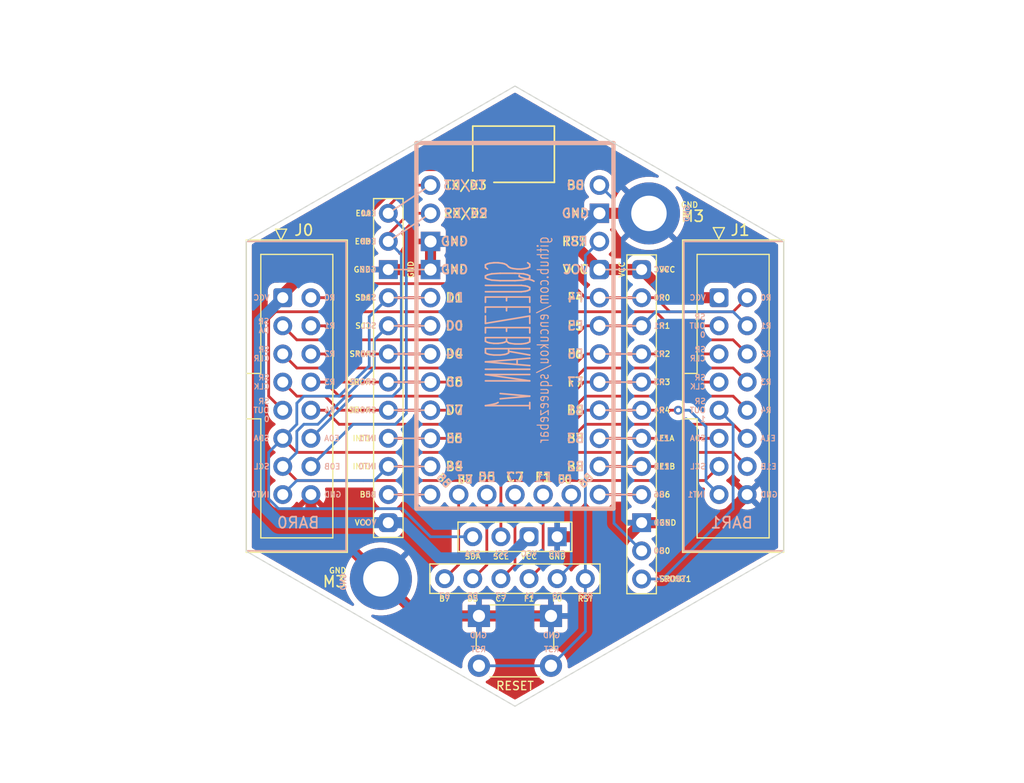
<source format=kicad_pcb>
(kicad_pcb (version 20211014) (generator pcbnew)
  (layers (0 "F.Cu" signal) (31 "B.Cu" signal) (34 "B.Paste" user) (35 "F.Paste" user) (36 "B.SilkS" user "B.Silkscreen") (37 "F.SilkS" user "F.Silkscreen") (38 "B.Mask" user) (39 "F.Mask" user) (44 "Edge.Cuts" user))
  (net 0 "")
  (net 1 "VCC")
  (net 2 "/ROW0")
  (net 3 "/SRDA")
  (net 4 "/ROW1")
  (net 5 "/SRCLR")
  (net 6 "/ROW2")
  (net 7 "/SRCK")
  (net 8 "/ROW3")
  (net 9 "/ROW4")
  (net 10 "/SDA")
  (net 11 "/SCL")
  (net 12 "GND")
  (net 13 "/SROUT0")
  (net 14 "/ENC0_A")
  (net 15 "/ENC0_B")
  (net 16 "/INT0")
  (net 17 "/SROUT1")
  (net 18 "/ENC1_A")
  (net 19 "/ENC1_B")
  (net 20 "/INT1")
  (net 21 "/RST")
  (net 22 "/RB0")
  (net 23 "/B7")
  (net 24 "/D5")
  (net 25 "/C7")
  (net 26 "/F1")
  (net 27 "/F0")
  (net 28 "/B5")
  (net 29 "/B6")
  (footprint "MountingHole:MountingHole_3.2mm_M3_DIN965_Pad" (layer "F.Cu") (at 165.7 118.1)
    (fp_text reference "H2")
    (fp_text value "M3" (at -4.191 0.254) (layer "F.SilkS"))
    (pad "1" thru_hole circle (at 0 0) (size 5.6 5.6) (drill 3.2) (layers *.Cu *.Mask) (net 12 "GND"))
  )
  (footprint "Connector_IDC:IDC-Header_2x08_P2.54mm_Vertical" (layer "F.Cu") (at 196.215 92.71)
    (fp_text reference "J1" (at 1.905 -6.1) (layer "F.SilkS"))
    (fp_text value "BAR1" (at 1.143 20.32) (layer "B.SilkS") (effects (justify mirror)))
    (pad "1" thru_hole roundrect (at 0 0) (size 1.7 1.7) (drill 1) (layers *.Cu *.Mask) (roundrect_rratio 0.147059) (net 1 "VCC"))
    (pad "2" thru_hole circle (at 2.54 0) (size 1.7 1.7) (drill 1) (layers *.Cu *.Mask) (net 2 "/ROW0"))
    (pad "3" thru_hole circle (at 0 2.54) (size 1.7 1.7) (drill 1) (layers *.Cu *.Mask) (net 13 "/SROUT0"))
    (pad "4" thru_hole circle (at 2.54 2.54) (size 1.7 1.7) (drill 1) (layers *.Cu *.Mask) (net 4 "/ROW1"))
    (pad "5" thru_hole circle (at 0 5.08) (size 1.7 1.7) (drill 1) (layers *.Cu *.Mask) (net 5 "/SRCLR"))
    (pad "6" thru_hole circle (at 2.54 5.08) (size 1.7 1.7) (drill 1) (layers *.Cu *.Mask) (net 6 "/ROW2"))
    (pad "7" thru_hole circle (at 0 7.62) (size 1.7 1.7) (drill 1) (layers *.Cu *.Mask) (net 7 "/SRCK"))
    (pad "8" thru_hole circle (at 2.54 7.62) (size 1.7 1.7) (drill 1) (layers *.Cu *.Mask) (net 8 "/ROW3"))
    (pad "9" thru_hole circle (at 0 10.16) (size 1.7 1.7) (drill 1) (layers *.Cu *.Mask) (net 17 "/SROUT1"))
    (pad "10" thru_hole circle (at 2.54 10.16) (size 1.7 1.7) (drill 1) (layers *.Cu *.Mask) (net 9 "/ROW4"))
    (pad "11" thru_hole circle (at 0 12.7) (size 1.7 1.7) (drill 1) (layers *.Cu *.Mask) (net 10 "/SDA"))
    (pad "12" thru_hole circle (at 2.54 12.7) (size 1.7 1.7) (drill 1) (layers *.Cu *.Mask) (net 18 "/ENC1_A"))
    (pad "13" thru_hole circle (at 0 15.24) (size 1.7 1.7) (drill 1) (layers *.Cu *.Mask) (net 11 "/SCL"))
    (pad "14" thru_hole circle (at 2.54 15.24) (size 1.7 1.7) (drill 1) (layers *.Cu *.Mask) (net 19 "/ENC1_B"))
    (pad "15" thru_hole circle (at 0 17.78) (size 1.7 1.7) (drill 1) (layers *.Cu *.Mask) (net 20 "/INT1"))
    (pad "16" thru_hole circle (at 2.54 17.78) (size 1.7 1.7) (drill 1) (layers *.Cu *.Mask) (net 12 "GND"))
  )
  (footprint "Connector_PinSocket_2.54mm:PinSocket_1x12_P2.54mm_Vertical" (layer "F.Cu") (at 189.23 90.17)
    (fp_text reference "J4")
    (fp_text value "SIDE1")
    (pad "1" thru_hole roundrect (at 0 0) (size 1.7 1.7) (drill 1) (layers *.Cu *.Mask) (net 1 "VCC"))
    (pad "2" thru_hole oval (at 0 2.54) (size 1.7 1.7) (drill 1) (layers *.Cu *.Mask) (net 2 "/ROW0"))
    (pad "3" thru_hole oval (at 0 5.08) (size 1.7 1.7) (drill 1) (layers *.Cu *.Mask) (net 4 "/ROW1"))
    (pad "4" thru_hole oval (at 0 7.62) (size 1.7 1.7) (drill 1) (layers *.Cu *.Mask) (net 6 "/ROW2"))
    (pad "5" thru_hole oval (at 0 10.16) (size 1.7 1.7) (drill 1) (layers *.Cu *.Mask) (net 8 "/ROW3"))
    (pad "6" thru_hole oval (at 0 12.7) (size 1.7 1.7) (drill 1) (layers *.Cu *.Mask) (net 9 "/ROW4"))
    (pad "7" thru_hole oval (at 0 15.24) (size 1.7 1.7) (drill 1) (layers *.Cu *.Mask) (net 18 "/ENC1_A"))
    (pad "8" thru_hole oval (at 0 17.78) (size 1.7 1.7) (drill 1) (layers *.Cu *.Mask) (net 19 "/ENC1_B"))
    (pad "9" thru_hole oval (at 0 20.32) (size 1.7 1.7) (drill 1) (layers *.Cu *.Mask) (net 29 "/B6"))
    (pad "10" thru_hole rect (at 0 22.86) (size 1.7 1.7) (drill 1) (layers *.Cu *.Mask) (net 12 "GND"))
    (pad "11" thru_hole oval (at 0 25.4) (size 1.7 1.7) (drill 1) (layers *.Cu *.Mask) (net 22 "/RB0"))
    (pad "12" thru_hole oval (at 0 27.94) (size 1.7 1.7) (drill 1) (layers *.Cu *.Mask) (net 17 "/SROUT1"))
  )
  (footprint "Connector_PinSocket_2.54mm:PinSocket_1x12_P2.54mm_Vertical" (layer "F.Cu") (at 166.37 85.09)
    (fp_text reference "J3")
    (fp_text value "SIDE0")
    (pad "1" thru_hole oval (at 0 0) (size 1.7 1.7) (drill 1) (layers *.Cu *.Mask) (net 15 "/ENC0_B"))
    (pad "2" thru_hole oval (at 0 2.54) (size 1.7 1.7) (drill 1) (layers *.Cu *.Mask) (net 14 "/ENC0_A"))
    (pad "3" thru_hole rect (at 0 5.08) (size 1.7 1.7) (drill 1) (layers *.Cu *.Mask) (net 12 "GND"))
    (pad "4" thru_hole oval (at 0 7.62) (size 1.7 1.7) (drill 1) (layers *.Cu *.Mask) (net 10 "/SDA"))
    (pad "5" thru_hole oval (at 0 10.16) (size 1.7 1.7) (drill 1) (layers *.Cu *.Mask) (net 11 "/SCL"))
    (pad "6" thru_hole oval (at 0 12.7) (size 1.7 1.7) (drill 1) (layers *.Cu *.Mask) (net 3 "/SRDA"))
    (pad "7" thru_hole oval (at 0 15.24) (size 1.7 1.7) (drill 1) (layers *.Cu *.Mask) (net 5 "/SRCLR"))
    (pad "8" thru_hole oval (at 0 17.78) (size 1.7 1.7) (drill 1) (layers *.Cu *.Mask) (net 7 "/SRCK"))
    (pad "9" thru_hole oval (at 0 20.32) (size 1.7 1.7) (drill 1) (layers *.Cu *.Mask) (net 20 "/INT1"))
    (pad "10" thru_hole oval (at 0 22.86) (size 1.7 1.7) (drill 1) (layers *.Cu *.Mask) (net 16 "/INT0"))
    (pad "11" thru_hole oval (at 0 25.4) (size 1.7 1.7) (drill 1) (layers *.Cu *.Mask) (net 28 "/B5"))
    (pad "12" thru_hole roundrect (at 0 27.94) (size 1.7 1.7) (drill 1) (layers *.Cu *.Mask) (net 1 "VCC"))
  )
  (footprint "MountingHole:MountingHole_3.2mm_M3_DIN965_Pad" (layer "F.Cu") (at 189.89 85.1)
    (fp_text reference "H1")
    (fp_text value "M3" (at 3.937 0.254) (layer "F.SilkS"))
    (pad "1" thru_hole circle (at 0 0) (size 5.6 5.6) (drill 3.2) (layers *.Cu *.Mask) (net 12 "GND"))
  )
  (footprint "Button_Switch_THT:SW_PUSH_6mm" (layer "F.Cu") (at 181.05 125.948 180)
    (fp_text reference "SW1")
    (fp_text value "RESET")
    (pad "1" thru_hole circle (at 6.5 0 270) (size 2 2) (drill 1.1) (layers *.Cu *.Mask) (net 21 "/RST"))
    (pad "1" thru_hole circle (at 0 0 270) (size 2 2) (drill 1.1) (layers *.Cu *.Mask) (net 21 "/RST"))
    (pad "2" thru_hole rect (at 0 4.5 270) (size 2 2) (drill 1.1) (layers *.Cu *.Mask) (net 12 "GND"))
    (pad "2" thru_hole rect (at 6.5 4.5 270) (size 2 2) (drill 1.1) (layers *.Cu *.Mask) (net 12 "GND"))
  )
  (footprint "Connector_IDC:IDC-Header_2x08_P2.54mm_Vertical" (layer "F.Cu") (at 156.845 92.71)
    (fp_text reference "J0" (at 1.905 -6.1) (layer "F.SilkS"))
    (fp_text value "BAR0" (at 1.397 20.32) (layer "B.SilkS") (effects (justify mirror)))
    (pad "1" thru_hole roundrect (at 0 0) (size 1.7 1.7) (drill 1) (layers *.Cu *.Mask) (roundrect_rratio 0.147059) (net 1 "VCC"))
    (pad "2" thru_hole circle (at 2.54 0) (size 1.7 1.7) (drill 1) (layers *.Cu *.Mask) (net 2 "/ROW0"))
    (pad "3" thru_hole circle (at 0 2.54) (size 1.7 1.7) (drill 1) (layers *.Cu *.Mask) (net 3 "/SRDA"))
    (pad "4" thru_hole circle (at 2.54 2.54) (size 1.7 1.7) (drill 1) (layers *.Cu *.Mask) (net 4 "/ROW1"))
    (pad "5" thru_hole circle (at 0 5.08) (size 1.7 1.7) (drill 1) (layers *.Cu *.Mask) (net 5 "/SRCLR"))
    (pad "6" thru_hole circle (at 2.54 5.08) (size 1.7 1.7) (drill 1) (layers *.Cu *.Mask) (net 6 "/ROW2"))
    (pad "7" thru_hole circle (at 0 7.62) (size 1.7 1.7) (drill 1) (layers *.Cu *.Mask) (net 7 "/SRCK"))
    (pad "8" thru_hole circle (at 2.54 7.62) (size 1.7 1.7) (drill 1) (layers *.Cu *.Mask) (net 8 "/ROW3"))
    (pad "9" thru_hole circle (at 0 10.16) (size 1.7 1.7) (drill 1) (layers *.Cu *.Mask) (net 13 "/SROUT0"))
    (pad "10" thru_hole circle (at 2.54 10.16) (size 1.7 1.7) (drill 1) (layers *.Cu *.Mask) (net 9 "/ROW4"))
    (pad "11" thru_hole circle (at 0 12.7) (size 1.7 1.7) (drill 1) (layers *.Cu *.Mask) (net 10 "/SDA"))
    (pad "12" thru_hole circle (at 2.54 12.7) (size 1.7 1.7) (drill 1) (layers *.Cu *.Mask) (net 14 "/ENC0_A"))
    (pad "13" thru_hole circle (at 0 15.24) (size 1.7 1.7) (drill 1) (layers *.Cu *.Mask) (net 11 "/SCL"))
    (pad "14" thru_hole circle (at 2.54 15.24) (size 1.7 1.7) (drill 1) (layers *.Cu *.Mask) (net 15 "/ENC0_B"))
    (pad "15" thru_hole circle (at 0 17.78) (size 1.7 1.7) (drill 1) (layers *.Cu *.Mask) (net 16 "/INT0"))
    (pad "16" thru_hole circle (at 2.54 17.78) (size 1.7 1.7) (drill 1) (layers *.Cu *.Mask) (net 12 "GND"))
  )
  (footprint "footprints:Elite-C" (layer "F.Cu") (at 177.8 96.52 -90)
    (fp_text reference "U1" hide)
    (fp_text value "Elite-C" hide)
    (fp_text user "D7" (at 6.35 5.461) (layer "B.SilkS") (effects (font (size 0.8 0.8)) (justify mirror)))
    (fp_text user "GND" (at -8.89 5.461) (layer "B.SilkS") (effects (font (size 0.8 0.8)) (justify mirror)))
    (fp_text user "GND" (at -11.43 -5.461) (layer "B.SilkS") (effects (font (size 0.8 0.8)) (justify mirror)))
    (fp_text user "GND" (at -6.35 5.461) (layer "B.SilkS") (effects (font (size 0.8 0.8)) (justify mirror)))
    (fp_text user "B4" (at 11.43 5.461) (layer "B.SilkS") (effects (font (size 0.8 0.8)) (justify mirror)))
    (fp_text user "F6" (at 1.27 -5.461) (layer "B.SilkS") (effects (font (size 0.8 0.8)) (justify mirror)))
    (fp_text user "C7" (at 12.4 0) (layer "B.SilkS") (effects (font (size 0.8 0.8)) (justify mirror)))
    (fp_text user "D0" (at -1.27 5.461) (layer "B.SilkS") (effects (font (size 0.8 0.8)) (justify mirror)))
    (fp_text user "B2" (at 11.43 -5.461) (layer "B.SilkS") (effects (font (size 0.8 0.8)) (justify mirror)))
    (fp_text user "F1" (at 12.4 -2.54) (layer "B.SilkS") (effects (font (size 0.8 0.8)) (justify mirror)))
    (fp_text user "F4" (at -3.81 -5.461) (layer "B.SilkS") (effects (font (size 0.8 0.8)) (justify mirror)))
    (fp_text user "F5" (at -1.27 -5.461) (layer "B.SilkS") (effects (font (size 0.8 0.8)) (justify mirror)))
    (fp_text user "TX/D3" (at -13.97 4.572) (layer "B.SilkS") (effects (font (size 0.8 0.8)) (justify mirror)))
    (fp_text user "B6" (at 12.7 -6.4 45 unlocked) (layer "B.SilkS") (effects (font (size 0.7 0.7)) (justify mirror)))
    (fp_text user "RST" (at -8.89 -5.461) (layer "B.SilkS") (effects (font (size 0.8 0.8)) (justify mirror)))
    (fp_text user "B5" (at 12.7 6.4 135) (layer "B.SilkS") (effects (font (size 0.7 0.7)) (justify mirror)))
    (fp_text user "F7" (at 3.81 -5.461) (layer "B.SilkS") (effects (font (size 0.8 0.8)) (justify mirror)))
    (fp_text user "B1" (at 6.35 -5.461) (layer "B.SilkS") (effects (font (size 0.8 0.8)) (justify mirror)))
    (fp_text user "B3" (at 8.89 -5.461) (layer "B.SilkS") (effects (font (size 0.8 0.8)) (justify mirror)))
    (fp_text user "B7" (at 12.6 4.5) (layer "B.SilkS") (effects (font (size 0.7 0.7)) (justify mirror)))
    (fp_text user "VCC" (at -6.35 -5.461) (layer "B.SilkS") (effects (font (size 0.8 0.8)) (justify mirror)))
    (fp_text user "D4" (at 1.27 5.461) (layer "B.SilkS") (effects (font (size 0.8 0.8)) (justify mirror)))
    (fp_text user "D1" (at -3.81 5.461) (layer "B.SilkS") (effects (font (size 0.8 0.8)) (justify mirror)))
    (fp_text user "F0" (at 12.6 -4.5) (layer "B.SilkS") (effects (font (size 0.7 0.7)) (justify mirror)))
    (fp_text user "D5" (at 12.4 2.54) (layer "B.SilkS") (effects (font (size 0.8 0.8)) (justify mirror)))
    (fp_text user "B0" (at -13.97 -5.461) (layer "B.SilkS") (effects (font (size 0.8 0.8)) (justify mirror)))
    (fp_text user "E6" (at 8.89 5.461) (layer "B.SilkS") (effects (font (size 0.8 0.8)) (justify mirror)))
    (fp_text user "C6" (at 3.81 5.461) (layer "B.SilkS") (effects (font (size 0.8 0.8)) (justify mirror)))
    (fp_text user "RX/D2" (at -11.43 4.445) (layer "B.SilkS") (effects (font (size 0.8 0.8)) (justify mirror)))
    (fp_text user "D5" (at 12.4 2.54) (layer "F.SilkS") (effects (font (size 0.8 0.8))))
    (fp_text user "B6" (at 12.7 -6.4 45 unlocked) (layer "F.SilkS") (effects (font (size 0.7 0.7))))
    (fp_text user "E6" (at 8.89 5.461) (layer "F.SilkS") (effects (font (size 0.8 0.8))))
    (fp_text user "F6" (at 1.27 -5.461) (layer "F.SilkS") (effects (font (size 0.8 0.8))))
    (fp_text user "RST" (at -8.89 -5.334) (layer "F.SilkS") (effects (font (size 0.8 0.8))))
    (fp_text user "TX/D3" (at -13.97 4.445) (layer "F.SilkS") (effects (font (size 0.8 0.8))))
    (fp_text user "C7" (at 12.4 0) (layer "F.SilkS") (effects (font (size 0.8 0.8))))
    (fp_text user "F0" (at 12.6 -4.5) (layer "F.SilkS") (effects (font (size 0.7 0.7))))
    (fp_text user "GND" (at -8.89 5.461) (layer "F.SilkS") (effects (font (size 0.8 0.8))))
    (fp_text user "F7" (at 3.81 -5.461) (layer "F.SilkS") (effects (font (size 0.8 0.8))))
    (fp_text user "D7" (at 6.35 5.461) (layer "F.SilkS") (effects (font (size 0.8 0.8))))
    (fp_text user "B7" (at 12.6 4.5) (layer "F.SilkS") (effects (font (size 0.7 0.7))))
    (fp_text user "RX/D2" (at -11.43 4.445) (layer "F.SilkS") (effects (font (size 0.8 0.8))))
    (fp_text user "GND" (at -11.43 -5.461) (layer "F.SilkS") (effects (font (size 0.8 0.8))))
    (fp_text user "B2" (at 11.43 -5.461) (layer "F.SilkS") (effects (font (size 0.8 0.8))))
    (fp_text user "D4" (at 1.27 5.461) (layer "F.SilkS") (effects (font (size 0.8 0.8))))
    (fp_text user "B4" (at 11.43 5.461) (layer "F.SilkS") (effects (font (size 0.8 0.8))))
    (fp_text user "GND" (at -6.35 5.461) (layer "F.SilkS") (effects (font (size 0.8 0.8))))
    (fp_text user "B1" (at 6.35 -5.461) (layer "F.SilkS") (effects (font (size 0.8 0.8))))
    (fp_text user "D0" (at -1.27 5.461) (layer "F.SilkS") (effects (font (size 0.8 0.8))))
    (fp_text user "B5" (at 12.7 6.4 135) (layer "F.SilkS") (effects (font (size 0.7 0.7))))
    (fp_text user "C6" (at 3.81 5.461) (layer "F.SilkS") (effects (font (size 0.8 0.8))))
    (fp_text user "F1" (at 12.4 -2.54) (layer "F.SilkS") (effects (font (size 0.8 0.8))))
    (fp_text user "B3" (at 8.89 -5.461) (layer "F.SilkS") (effects (font (size 0.8 0.8))))
    (fp_text user "B0" (at -13.97 -5.461) (layer "F.SilkS") (effects (font (size 0.8 0.8))))
    (fp_text user "F4" (at -3.81 -5.461) (layer "F.SilkS") (effects (font (size 0.8 0.8))))
    (fp_text user "D1" (at -3.81 5.461) (layer "F.SilkS") (effects (font (size 0.8 0.8))))
    (fp_text user "F5" (at -1.27 -5.461) (layer "F.SilkS") (effects (font (size 0.8 0.8))))
    (fp_text user "VCC" (at -6.35 -5.461) (layer "F.SilkS") (effects (font (size 0.8 0.8))))
    (pad "1" thru_hole oval (at -13.97 7.62 270) (size 1.7526 1.7526) (drill 1.0922) (layers *.Cu *.Mask) (net 15 "/ENC0_B"))
    (pad "2" thru_hole circle (at -11.43 7.62 270) (size 1.7526 1.7526) (drill 1.0922) (layers *.Cu *.Mask) (net 14 "/ENC0_A"))
    (pad "3" thru_hole rect (at -8.89 7.62 270) (size 1.7526 1.7526) (drill 1.0922) (layers *.Cu *.Mask) (net 12 "GND"))
    (pad "4" thru_hole rect (at -6.35 7.62 270) (size 1.7526 1.7526) (drill 1.0922) (layers *.Cu *.Mask) (net 12 "GND"))
    (pad "5" thru_hole circle (at -3.81 7.62 270) (size 1.7526 1.7526) (drill 1.0922) (layers *.Cu *.Mask) (net 10 "/SDA"))
    (pad "6" thru_hole circle (at -1.27 7.62 270) (size 1.7526 1.7526) (drill 1.0922) (layers *.Cu *.Mask) (net 11 "/SCL"))
    (pad "7" thru_hole circle (at 1.27 7.62 270) (size 1.7526 1.7526) (drill 1.0922) (layers *.Cu *.Mask) (net 3 "/SRDA"))
    (pad "8" thru_hole circle (at 3.81 7.62 270) (size 1.7526 1.7526) (drill 1.0922) (layers *.Cu *.Mask) (net 5 "/SRCLR"))
    (pad "9" thru_hole circle (at 6.35 7.62 270) (size 1.7526 1.7526) (drill 1.0922) (layers *.Cu *.Mask) (net 7 "/SRCK"))
    (pad "10" thru_hole circle (at 8.89 7.62 270) (size 1.7526 1.7526) (drill 1.0922) (layers *.Cu *.Mask) (net 20 "/INT1"))
    (pad "11" thru_hole circle (at 11.43 7.62 270) (size 1.7526 1.7526) (drill 1.0922) (layers *.Cu *.Mask) (net 16 "/INT0"))
    (pad "12" thru_hole circle (at 13.97 7.62 270) (size 1.7526 1.7526) (drill 1.0922) (layers *.Cu *.Mask) (net 28 "/B5"))
    (pad "13" thru_hole circle (at 13.97 -7.62 270) (size 1.7526 1.7526) (drill 1.0922) (layers *.Cu *.Mask) (net 29 "/B6"))
    (pad "14" thru_hole circle (at 11.43 -7.62 270) (size 1.7526 1.7526) (drill 1.0922) (layers *.Cu *.Mask) (net 19 "/ENC1_B"))
    (pad "15" thru_hole circle (at 8.89 -7.62 270) (size 1.7526 1.7526) (drill 1.0922) (layers *.Cu *.Mask) (net 18 "/ENC1_A"))
    (pad "16" thru_hole circle (at 6.35 -7.62 270) (size 1.7526 1.7526) (drill 1.0922) (layers *.Cu *.Mask) (net 9 "/ROW4"))
    (pad "17" thru_hole circle (at 3.81 -7.62 270) (size 1.7526 1.7526) (drill 1.0922) (layers *.Cu *.Mask) (net 8 "/ROW3"))
    (pad "18" thru_hole circle (at 1.27 -7.62 270) (size 1.7526 1.7526) (drill 1.0922) (layers *.Cu *.Mask) (net 6 "/ROW2"))
    (pad "19" thru_hole circle (at -1.27 -7.62 270) (size 1.7526 1.7526) (drill 1.0922) (layers *.Cu *.Mask) (net 4 "/ROW1"))
    (pad "20" thru_hole circle (at -3.81 -7.62 270) (size 1.7526 1.7526) (drill 1.0922) (layers *.Cu *.Mask) (net 2 "/ROW0"))
    (pad "21" thru_hole roundrect (at -6.35 -7.62 270) (size 1.7526 1.7526) (drill 1.0922) (layers *.Cu *.Mask) (net 1 "VCC"))
    (pad "22" thru_hole circle (at -8.89 -7.62 270) (size 1.7526 1.7526) (drill 1.0922) (layers *.Cu *.Mask) (net 21 "/RST"))
    (pad "23" thru_hole rect (at -11.43 -7.62 270) (size 1.7526 1.7526) (drill 1.0922) (layers *.Cu *.Mask) (net 12 "GND"))
    (pad "24" thru_hole circle (at -13.97 -7.62 270) (size 1.7526 1.7526) (drill 1.0922) (layers *.Cu *.Mask) (net 22 "/RB0"))
    (pad "25" thru_hole circle (at 13.97 5.08 270) (size 1.7526 1.7526) (drill 1.0922) (layers *.Cu *.Mask) (net 23 "/B7"))
    (pad "26" thru_hole circle (at 13.97 2.54 270) (size 1.7526 1.7526) (drill 1.0922) (layers *.Cu *.Mask) (net 24 "/D5"))
    (pad "27" thru_hole circle (at 13.97 0 270) (size 1.7526 1.7526) (drill 1.0922) (layers *.Cu *.Mask) (net 25 "/C7"))
    (pad "28" thru_hole circle (at 13.97 -2.54 270) (size 1.7526 1.7526) (drill 1.0922) (layers *.Cu *.Mask) (net 26 "/F1"))
    (pad "29" thru_hole circle (at 13.97 -5.08 270) (size 1.7526 1.7526) (drill 1.0922) (layers *.Cu *.Mask) (net 27 "/F0"))
  )
  (footprint "Connector_PinSocket_2.54mm:PinSocket_1x06_P2.54mm_Vertical" (layer "F.Cu") (at 171.45 118.085 90)
    (fp_text reference "J5")
    (fp_text value "XTRA")
    (pad "1" thru_hole oval (at 0 0 90) (size 1.7 1.7) (drill 1) (layers *.Cu *.Mask) (net 23 "/B7"))
    (pad "2" thru_hole oval (at 0 2.54 90) (size 1.7 1.7) (drill 1) (layers *.Cu *.Mask) (net 24 "/D5"))
    (pad "3" thru_hole oval (at 0 5.08 90) (size 1.7 1.7) (drill 1) (layers *.Cu *.Mask) (net 25 "/C7"))
    (pad "4" thru_hole oval (at 0 7.62 90) (size 1.7 1.7) (drill 1) (layers *.Cu *.Mask) (net 26 "/F1"))
    (pad "5" thru_hole oval (at 0 10.16 90) (size 1.7 1.7) (drill 1) (layers *.Cu *.Mask) (net 27 "/F0"))
    (pad "6" thru_hole oval (at 0 12.7 90) (size 1.7 1.7) (drill 1) (layers *.Cu *.Mask) (net 21 "/RST"))
  )
  (footprint "Connector_PinSocket_2.54mm:PinSocket_1x04_P2.54mm_Vertical" (layer "F.Cu") (at 181.61 114.3 -90)
    (fp_text reference "J2")
    (fp_text value "I2C")
    (pad "1" thru_hole rect (at 0 0 270) (size 1.7 1.7) (drill 1) (layers *.Cu *.Mask) (net 12 "GND"))
    (pad "2" thru_hole roundrect (at 0 2.54 270) (size 1.7 1.7) (drill 1) (layers *.Cu *.Mask) (net 1 "VCC"))
    (pad "3" thru_hole oval (at 0 5.08 270) (size 1.7 1.7) (drill 1) (layers *.Cu *.Mask) (net 11 "/SCL"))
    (pad "4" thru_hole oval (at 0 7.62 270) (size 1.7 1.7) (drill 1) (layers *.Cu *.Mask) (net 10 "/SDA"))
  )
  (gr_line (start 185.42 95.25) (end 189.23 95.25) (layer "B.SilkS") (width 0.15))
  (gr_line (start 185.42 102.87) (end 189.23 102.87) (layer "B.SilkS") (width 0.15))
  (gr_line (start 185.42 97.79) (end 189.23 97.79) (layer "B.SilkS") (width 0.15))
  (gr_line (start 162.56 87.63) (end 162.56 115.57) (layer "B.SilkS") (width 0.15))
  (gr_line (start 166.37 100.33) (end 170.18 100.33) (layer "B.SilkS") (width 0.15))
  (gr_line (start 185.42 110.49) (end 189.23 110.49) (layer "B.SilkS") (width 0.15))
  (gr_line (start 166.37 107.95) (end 170.18 107.95) (layer "B.SilkS") (width 0.15))
  (gr_line (start 193.04 115.57) (end 193.04 87.63) (layer "B.SilkS") (width 0.15))
  (gr_line (start 166.37 85.09) (end 170.18 82.55) (layer "B.SilkS") (width 0.15))
  (gr_line (start 185.42 90.17) (end 189.23 90.17) (layer "B.SilkS") (width 0.15))
  (gr_line (start 166.37 90.17) (end 170.18 90.17) (layer "B.SilkS") (width 0.15))
  (gr_line (start 193.04 87.63) (end 201.93 87.63) (layer "B.SilkS") (width 0.15))
  (gr_line (start 166.37 105.41) (end 170.18 105.41) (layer "B.SilkS") (width 0.15))
  (gr_line (start 185.42 107.95) (end 189.23 107.95) (layer "B.SilkS") (width 0.15))
  (gr_line (start 166.37 92.71) (end 170.18 92.71) (layer "B.SilkS") (width 0.15))
  (gr_line (start 185.42 105.41) (end 189.23 105.41) (layer "B.SilkS") (width 0.15))
  (gr_line (start 166.37 95.25) (end 170.18 95.25) (layer "B.SilkS") (width 0.15))
  (gr_line (start 185.42 102.87) (end 189.23 102.87) (layer "B.SilkS") (width 0.15))
  (gr_line (start 201.93 115.57) (end 193.04 115.57) (layer "B.SilkS") (width 0.15))
  (gr_line (start 162.56 115.57) (end 153.67 115.57) (layer "B.SilkS") (width 0.15))
  (gr_line (start 166.37 102.87) (end 170.18 102.87) (layer "B.SilkS") (width 0.15))
  (gr_line (start 153.67 87.63) (end 162.56 87.63) (layer "B.SilkS") (width 0.15))
  (gr_line (start 185.42 100.33) (end 189.23 100.33) (layer "B.SilkS") (width 0.15))
  (gr_line (start 185.42 92.71) (end 189.23 92.71) (layer "B.SilkS") (width 0.15))
  (gr_line (start 166.37 97.79) (end 170.18 97.79) (layer "B.SilkS") (width 0.15))
  (gr_line (start 166.37 110.49) (end 170.18 110.49) (layer "B.SilkS") (width 0.15))
  (gr_line (start 170.18 85.09) (end 166.37 87.63) (layer "B.SilkS") (width 0.15))
  (gr_line (start 181.356 82.296) (end 175.895 82.296) (layer "F.SilkS") (width 0.15))
  (gr_line (start 181.356 77.216) (end 181.356 82.296) (layer "F.SilkS") (width 0.15))
  (gr_line (start 173.99 77.216) (end 181.356 77.216) (layer "F.SilkS") (width 0.15))
  (gr_line (start 173.99 77.216) (end 173.99 81.28) (layer "F.SilkS") (width 0.15))
  (gr_poly (pts (xy 202.05 87.6) (xy 202.05 115.6) (xy 177.8 129.6) (xy 153.55 115.6) (xy 153.55 87.6) (xy 177.8 73.6)) (layer "Edge.Cuts") (width 0.1) (fill none))
  (gr_text "SROUT1" (at 190.246 118.11) (layer "B.SilkS") (effects (font (size 0.5 0.5) (thickness 0.1)) (justify right mirror)))
  (gr_text "B7" (at 171.45 119.634) (layer "B.SilkS") (effects (font (size 0.5 0.5) (thickness 0.1)) (justify mirror)))
  (gr_text "E1A" (at 199.898 105.41) (layer "B.SilkS") (effects (font (size 0.5 0.5) (thickness 0.1)) (justify right mirror)))
  (gr_text "SDA" (at 165.354 92.697587) (layer "B.SilkS") (effects (font (size 0.5 0.5) (thickness 0.1)) (justify left mirror)))
  (gr_text "GND" (at 181.61 115.824) (layer "B.SilkS") (effects (font (size 0.5 0.5) (thickness 0.1)) (justify mirror)))
  (gr_text "R0" (at 160.528 92.71) (layer "B.SilkS") (effects (font (size 0.5 0.5) (thickness 0.1)) (justify right mirror)))
  (gr_text "INT0" (at 155.702 110.49) (layer "B.SilkS") (effects (font (size 0.5 0.5) (thickness 0.1)) (justify left mirror)))
  (gr_text "SCL" (at 195.072 107.95) (layer "B.SilkS") (effects (font (size 0.5 0.5) (thickness 0.1)) (justify left mirror)))
  (gr_text "RST" (at 184.14745 119.634) (layer "B.SilkS") (effects (font (size 0.5 0.5) (thickness 0.1)) (justify mirror)))
  (gr_text "R2" (at 199.898 97.79) (layer "B.SilkS") (effects (font (size 0.5 0.5) (thickness 0.1)) (justify right mirror)))
  (gr_text "SCL" (at 176.53 115.824) (layer "B.SilkS") (effects (font (size 0.5 0.5) (thickness 0.1)) (justify mirror)))
  (gr_text "VCC" (at 155.702 92.71) (layer "B.SilkS") (effects (font (size 0.5 0.5) (thickness 0.1)) (justify left mirror)))
  (gr_text "R2" (at 160.528 97.79) (layer "B.SilkS") (effects (font (size 0.5 0.5) (thickness 0.1)) (justify right mirror)))
  (gr_text "RST" (at 181.102 124.46) (layer "B.SilkS") (effects (font (size 0.5 0.5) (thickness 0.1)) (justify mirror)))
  (gr_text "R3" (at 199.898 100.33) (layer "B.SilkS") (effects (font (size 0.5 0.5) (thickness 0.1)) (justify right mirror)))
  (gr_text "SR\nOUT\n1" (at 195.072 102.87) (layer "B.SilkS") (effects (font (size 0.5 0.5) (thickness 0.1)) (justify left mirror)))
  (gr_text "SCL" (at 165.354 95.246278) (layer "B.SilkS") (effects (font (size 0.5 0.5) (thickness 0.1)) (justify left mirror)))
  (gr_text "SDA" (at 173.985642 115.824) (layer "B.SilkS") (effects (font (size 0.5 0.5) (thickness 0.1)) (justify mirror)))
  (gr_text "C7" (at 176.53 119.634) (layer "B.SilkS") (effects (font (size 0.5 0.5) (thickness 0.1)) (justify mirror)))
  (gr_text "GND" (at 162.306 118.364 90) (layer "B.SilkS") (effects (font (size 0.5 0.5) (thickness 0.1)) (justify mirror)))
  (gr_text "SR\nCLK" (at 195.072 100.33) (layer "B.SilkS") (effects (font (size 0.5 0.5) (thickness 0.1)) (justify left mirror)))
  (gr_text "R0" (at 190.246 92.71) (layer "B.SilkS") (effects (font (size 0.5 0.5) (thickness 0.1)) (justify right mirror)))
  (gr_text "R2" (at 190.246 97.79) (layer "B.SilkS") (effects (font (size 0.5 0.5) (thickness 0.1)) (justify right mirror)))
  (gr_text "GND" (at 160.528 110.49) (layer "B.SilkS") (effects (font (size 0.5 0.5) (thickness 0.1)) (justify right mirror)))
  (gr_text "R1" (at 199.898 95.25) (layer "B.SilkS") (effects (font (size 0.5 0.5) (thickness 0.1)) (justify right mirror)))
  (gr_text "SR\nCLR" (at 195.072 97.792295) (layer "B.SilkS") (effects (font (size 0.5 0.5) (thickness 0.1)) (justify left mirror)))
  (gr_text "SR\nOUT\n0" (at 195.050029 95.254589) (layer "B.SilkS") (effects (font (size 0.5 0.5) (thickness 0.1)) (justify left mirror)))
  (gr_text "RST" (at 174.498 124.46) (layer "B.SilkS") (effects (font (size 0.5 0.5) (thickness 0.1)) (justify mirror)))
  (gr_text "INT0" (at 165.354 107.9392) (layer "B.SilkS") (effects (font (size 0.5 0.5) (thickness 0.1)) (justify left mirror)))
  (gr_text "F1" (at 179.061053 119.634) (layer "B.SilkS") (effects (font (size 0.5 0.5) (thickness 0.1)) (justify mirror)))
  (gr_text "GND" (at 193.294 85.09 90) (layer "B.SilkS") (effects (font (size 0.5 0.5) (thickness 0.1)) (justify mirror)))
  (gr_text "SR\nCLK" (at 155.702 100.33) (layer "B.SilkS") (effects (font (size 0.5 0.5) (thickness 0.1)) (justify left mirror)))
  (gr_text "F0" (at 181.61 119.634) (layer "B.SilkS") (effects (font (size 0.5 0.5) (thickness 0.1)) (justify mirror)))
  (gr_text "E0B" (at 165.354 87.63) (layer "B.SilkS") (effects (font (size 0.5 0.5) (thickness 0.1)) (justify left mirror)))
  (gr_text "GND" (at 165.354 90.17) (layer "B.SilkS") (effects (font (size 0.5 0.5) (thickness 0.1)) (justify left mirror)))
  (gr_text "SRCLK" (at 165.354 102.865107) (layer "B.SilkS") (effects (font (size 0.5 0.5) (thickness 0.1)) (justify left mirror)))
  (gr_text "SR\nDA" (at 155.680029 95.254589) (layer "B.SilkS") (effects (font (size 0.5 0.5) (thickness 0.1)) (justify left mirror)))
  (gr_text "E0B" (at 160.528 107.958691) (layer "B.SilkS") (effects (font (size 0.5 0.5) (thickness 0.1)) (justify right mirror)))
  (gr_text "GND" (at 181.102 123.19) (layer "B.SilkS") (effects (font (size 0.5 0.5) (thickness 0.1)) (justify mirror)))
  (gr_text "SRCLR" (at 165.354 100.327402) (layer "B.SilkS") (effects (font (size 0.5 0.5) (thickness 0.1)) (justify left mirror)))
  (gr_text "E0A" (at 160.528 105.41) (layer "B.SilkS") (effects (font (size 0.5 0.5) (thickness 0.1)) (justify right mirror)))
  (gr_text "E1B" (at 190.246 107.949307) (layer "B.SilkS") (effects (font (size 0.5 0.5) (thickness 0.1)) (justify right mirror)))
  (gr_text "B6" (at 190.246 110.484815) (layer "B.SilkS") (effects (font (size 0.5 0.5) (thickness 0.1)) (justify right mirror)))
  (gr_text "E0A" (at 165.354 85.09) (layer "B.SilkS") (effects (font (size 0.5 0.5) (thickness 0.1)) (justify left mirror)))
  (gr_text "R4" (at 190.246 102.87) (layer "B.SilkS") (effects (font (size 0.5 0.5) (thickness 0.1)) (justify right mirror)))
  (gr_text "SRDA" (at 165.354 97.789696) (layer "B.SilkS") (effects (font (size 0.5 0.5) (thickness 0.1)) (justify left mirror)))
  (gr_text "R4" (at 199.898 102.87) (layer "B.SilkS") (effects (font (size 0.5 0.5) (thickness 0.1)) (justify right mirror)))
  (gr_text "SDA" (at 155.702 105.401309) (layer "B.SilkS") (effects (font (size 0.5 0.5) (thickness 0.1)) (justify left mirror)))
  (gr_text "github.com/encukou/squeezebar" (at 180.34 96.52 90) (layer "B.SilkS") (effects (font (size 1 0.75) (thickness 0.1)) (justify mirror)))
  (gr_text "E1B" (at 199.898 107.958691) (layer "B.SilkS") (effects (font (size 0.5 0.5) (thickness 0.1)) (justify right mirror)))
  (gr_text "VCC" (at 190.246 90.17) (layer "B.SilkS") (effects (font (size 0.5 0.5) (thickness 0.1)) (justify right mirror)))
  (gr_text "GND" (at 174.498 123.19) (layer "B.SilkS") (effects (font (size 0.5 0.5) (thickness 0.1)) (justify mirror)))
  (gr_text "VCC" (at 195.072 92.71) (layer "B.SilkS") (effects (font (size 0.5 0.5) (thickness 0.1)) (justify left mirror)))
  (gr_text "GND" (at 190.246 113.03) (layer "B.SilkS") (effects (font (size 0.5 0.5) (thickness 0.1)) (justify right mirror)))
  (gr_text "R1" (at 190.246 95.25) (layer "B.SilkS") (effects (font (size 0.5 0.5) (thickness 0.1)) (justify right mirror)))
  (gr_text "SCL" (at 155.702 107.95) (layer "B.SilkS") (effects (font (size 0.5 0.5) (thickness 0.1)) (justify left mirror)))
  (gr_text "VCC" (at 179.07 115.824) (layer "B.SilkS") (effects (font (size 0.5 0.5) (thickness 0.1)) (justify mirror)))
  (gr_text "INT1" (at 165.354 105.401495) (layer "B.SilkS") (effects (font (size 0.5 0.5) (thickness 0.1)) (justify left mirror)))
  (gr_text "SDA" (at 195.072 105.401309) (layer "B.SilkS") (effects (font (size 0.5 0.5) (thickness 0.1)) (justify left mirror)))
  (gr_text "SR\nOUT\n0" (at 155.702 102.87) (layer "B.SilkS") (effects (font (size 0.5 0.5) (thickness 0.1)) (justify left mirror)))
  (gr_text "R3" (at 190.246 100.33) (layer "B.SilkS") (effects (font (size 0.5 0.5) (thickness 0.1)) (justify right mirror)))
  (gr_text "R4" (at 160.528 102.87) (layer "B.SilkS") (effects (font (size 0.5 0.5) (thickness 0.1)) (justify right mirror)))
  (gr_text "VCC" (at 165.354 113.009338) (layer "B.SilkS") (effects (font (size 0.5 0.5) (thickness 0.1)) (justify left mirror)))
  (gr_text "R1" (at 160.528 95.25) (layer "B.SilkS") (effects (font (size 0.5 0.5) (thickness 0.1)) (justify right mirror)))
  (gr_text "B5" (at 165.354 110.49) (layer "B.SilkS") (effects (font (size 0.5 0.5) (thickness 0.1)) (justify left mirror)))
  (gr_text "R0" (at 199.898 92.71) (layer "B.SilkS") (effects (font (size 0.5 0.5) (thickness 0.1)) (justify right mirror)))
  (gr_text "GND" (at 199.898 110.49) (layer "B.SilkS") (effects (font (size 0.5 0.5) (thickness 0.1)) (justify right mirror)))
  (gr_text "SR\nCLR" (at 155.702 97.792295) (layer "B.SilkS") (effects (font (size 0.5 0.5) (thickness 0.1)) (justify left mirror)))
  (gr_text "SQUEEZEBRAIN v1" (at 177.292 96.149 90) (layer "B.SilkS") (effects (font (size 4 1)) (justify mirror)))
  (gr_text "R3" (at 160.528 100.33) (layer "B.SilkS") (effects (font (size 0.5 0.5) (thickness 0.1)) (justify right mirror)))
  (gr_text "INT1" (at 195.072 110.49) (layer "B.SilkS") (effects (font (size 0.5 0.5) (thickness 0.1)) (justify left mirror)))
  (gr_text "E1A" (at 190.246 105.400616) (layer "B.SilkS") (effects (font (size 0.5 0.5) (thickness 0.1)) (justify right mirror)))
  (gr_text "D5" (at 173.985642 119.634) (layer "B.SilkS") (effects (font (size 0.5 0.5) (thickness 0.1)) (justify mirror)))
  (gr_text "B0" (at 190.246 115.56506) (layer "B.SilkS") (effects (font (size 0.5 0.5) (thickness 0.1)) (justify right mirror)))
  (gr_text "VCC" (at 190.754 90.17) (layer "F.SilkS") (effects (font (size 0.5 0.5) (thickness 0.1)) (justify left)))
  (gr_text "F1" (at 179.07 119.888) (layer "F.SilkS") (effects (font (size 0.5 0.5) (thickness 0.1))))
  (gr_text "GND" (at 164.846 90.17) (layer "F.SilkS") (effects (font (size 0.5 0.5) (thickness 0.1)) (justify right)))
  (gr_text "GND" (at 181.61 116.078) (layer "F.SilkS") (effects (font (size 0.5 0.5) (thickness 0.1))))
  (gr_text "SRCR" (at 164.845999 100.328888) (layer "F.SilkS") (effects (font (size 0.5 0.5) (thickness 0.1)) (justify right)))
  (gr_text "R3" (at 190.754 100.33) (layer "F.SilkS") (effects (font (size 0.5 0.5) (thickness 0.1)) (justify left)))
  (gr_text "B7" (at 171.45 119.888) (layer "F.SilkS") (effects (font (size 0.5 0.5) (thickness 0.1))))
  (gr_text "F0" (at 181.61 119.888) (layer "F.SilkS") (effects (font (size 0.5 0.5) (thickness 0.1))))
  (gr_text "VCC" (at 164.845999 113.027171) (layer "F.SilkS") (effects (font (size 0.5 0.5) (thickness 0.1)) (justify right)))
  (gr_text "INT0" (at 164.846 107.95) (layer "F.SilkS") (effects (font (size 0.5 0.5) (thickness 0.1)) (justify right)))
  (gr_text "GND" (at 193.548 84.328) (layer "F.SilkS") (effects (font (size 0.5 0.5) (thickness 0.1))))
  (gr_text "B5" (at 164.845999 110.482874) (layer "F.SilkS") (effects (font (size 0.5 0.5) (thickness 0.1)) (justify right)))
  (gr_text "SROUT1" (at 190.754 118.11) (layer "F.SilkS") (effects (font (size 0.5 0.5) (thickness 0.1)) (justify left)))
  (gr_text "SCL" (at 164.846 95.25) (layer "F.SilkS") (effects (font (size 0.5 0.5) (thickness 0.1)) (justify right)))
  (gr_text "R1" (at 190.754 95.25) (layer "F.SilkS") (effects (font (size 0.5 0.5) (thickness 0.1)) (justify left)))
  (gr_text "B0" (at 190.754 115.57) (layer "F.SilkS") (effects (font (size 0.5 0.5) (thickness 0.1)) (justify left)))
  (gr_text "R2" (at 190.754 97.79) (layer "F.SilkS") (effects (font (size 0.5 0.5) (thickness 0.1)) (justify left)))
  (gr_text "RESET" (at 177.8 127.762) (layer "F.SilkS") (effects (font (size 0.75 0.75) (thickness 0.12))))
  (gr_text "SCL" (at 176.53 116.078) (layer "F.SilkS") (effects (font (size 0.5 0.5) (thickness 0.1))))
  (gr_text "GND" (at 190.754 113.03) (layer "F.SilkS") (effects (font (size 0.5 0.5) (thickness 0.1)) (justify left)))
  (gr_text "R0" (at 190.754 92.71) (layer "F.SilkS") (effects (font (size 0.5 0.5) (thickness 0.1)) (justify left)))
  (gr_text "VCC" (at 179.07 116.078) (layer "F.SilkS") (effects (font (size 0.5 0.5) (thickness 0.1))))
  (gr_text "E0A" (at 164.846 85.09) (layer "F.SilkS") (effects (font (size 0.5 0.5) (thickness 0.1)) (justify right)))
  (gr_text "SRDA" (at 164.846 97.79) (layer "F.SilkS") (effects (font (size 0.5 0.5) (thickness 0.1)) (justify right)))
  (gr_text "E1B" (at 190.754 107.95) (layer "F.SilkS") (effects (font (size 0.5 0.5) (thickness 0.1)) (justify left)))
  (gr_text "D5" (at 173.99 119.888) (layer "F.SilkS") (effects (font (size 0.5 0.5) (thickness 0.1))))
  (gr_text "SRCK" (at 164.845999 102.860002) (layer "F.SilkS") (effects (font (size 0.5 0.5) (thickness 0.1)) (justify right)))
  (gr_text "RST" (at 184.15 119.888) (layer "F.SilkS") (effects (font (size 0.5 0.5) (thickness 0.1))))
  (gr_text "B6" (at 190.754 110.49) (layer "F.SilkS") (effects (font (size 0.5 0.5) (thickness 0.1)) (justify left)))
  (gr_text "GND" (at 168.402 90.17 90) (layer "F.SilkS") (effects (font (size 0.5 0.5) (thickness 0.1))))
  (gr_text "R4" (at 190.754 102.87) (layer "F.SilkS") (effects (font (size 0.5 0.5) (thickness 0.1)) (justify left)))
  (gr_text "E1A" (at 190.7537 105.404557) (layer "F.SilkS") (effects (font (size 0.5 0.5) (thickness 0.1)) (justify left)))
  (gr_text "GND" (at 161.798 117.348) (layer "F.SilkS") (effects (font (size 0.5 0.5) (thickness 0.1))))
  (gr_text "SDA" (at 164.846 92.71) (layer "F.SilkS") (effects (font (size 0.5 0.5) (thickness 0.1)) (justify right)))
  (gr_text "SDA" (at 173.99 116.078) (layer "F.SilkS") (effects (font (size 0.5 0.5) (thickness 0.1))))
  (gr_text "INT1" (at 164.846 105.41) (layer "F.SilkS") (effects (font (size 0.5 0.5) (thickness 0.1)) (justify right)))
  (gr_text "VCC" (at 187.452 90.17 90) (layer "F.SilkS") (effects (font (size 0.5 0.5) (thickness 0.1))))
  (gr_text "E0B" (at 164.846 87.63) (layer "F.SilkS") (effects (font (size 0.5 0.5) (thickness 0.1)) (justify right)))
  (gr_text "C7" (at 176.53 119.888) (layer "F.SilkS") (effects (font (size 0.5 0.5) (thickness 0.1))))
  (segment (start 189.23 90.17) (end 185.42 90.17) (width 1) (layer "F.Cu") (net 1))
  (segment (start 168.495968 80.772) (end 176.022 80.772) (width 1) (layer "F.Cu") (net 1))
  (segment (start 191.77 92.71) (end 189.23 90.17) (width 1) (layer "F.Cu") (net 1))
  (segment (start 196.215 92.71) (end 191.77 92.71) (width 1) (layer "F.Cu") (net 1))
  (segment (start 176.022 80.772) (end 185.42 90.17) (width 1) (layer "F.Cu") (net 1))
  (segment (start 156.845 92.422968) (end 168.495968 80.772) (width 1) (layer "F.Cu") (net 1))
  (segment (start 156.845 92.71) (end 156.845 92.422968) (width 1) (layer "F.Cu") (net 1))
  (segment (start 167.743274 113.03) (end 170.918274 116.205) (width 1) (layer "B.Cu") (net 1))
  (segment (start 166.37 113.03) (end 167.743274 113.03) (width 1) (layer "B.Cu") (net 1))
  (segment (start 170.918274 116.205) (end 177.165 116.205) (width 1) (layer "B.Cu") (net 1))
  (segment (start 154.75 94.805) (end 156.845 92.71) (width 1) (layer "B.Cu") (net 1))
  (segment (start 154.75 111.223427) (end 154.75 94.805) (width 1) (layer "B.Cu") (net 1))
  (segment (start 166.37 113.03) (end 156.556573 113.03) (width 1) (layer "B.Cu") (net 1))
  (segment (start 156.556573 113.03) (end 154.75 111.223427) (width 1) (layer "B.Cu") (net 1))
  (segment (start 177.165 116.205) (end 179.07 114.3) (width 1) (layer "B.Cu") (net 1))
  (segment (start 189.23 92.71) (end 190.5 92.71) (width 0.25) (layer "F.Cu") (net 2))
  (segment (start 184.15 92.71) (end 182.88 91.44) (width 0.25) (layer "F.Cu") (net 2))
  (segment (start 159.385 92.71) (end 160.655 92.71) (width 0.25) (layer "F.Cu") (net 2))
  (segment (start 182.88 91.44) (end 161.925 91.44) (width 0.25) (layer "F.Cu") (net 2))
  (segment (start 184.15 92.71) (end 185.42 92.71) (width 0.25) (layer "F.Cu") (net 2))
  (segment (start 197.485 93.98) (end 191.77 93.98) (width 0.25) (layer "F.Cu") (net 2))
  (segment (start 190.5 92.71) (end 191.77 93.98) (width 0.25) (layer "F.Cu") (net 2))
  (segment (start 161.925 91.44) (end 160.655 92.71) (width 0.25) (layer "F.Cu") (net 2))
  (segment (start 185.42 92.71) (end 189.23 92.71) (width 0.25) (layer "F.Cu") (net 2))
  (segment (start 198.755 92.71) (end 197.485 93.98) (width 0.25) (layer "F.Cu") (net 2))
  (segment (start 158.115 96.52) (end 156.845 95.25) (width 0.25) (layer "F.Cu") (net 3))
  (segment (start 170.18 97.79) (end 166.37 97.79) (width 0.25) (layer "F.Cu") (net 3))
  (segment (start 161.925 97.79) (end 160.655 96.52) (width 0.25) (layer "F.Cu") (net 3))
  (segment (start 166.37 97.79) (end 161.925 97.79) (width 0.25) (layer "F.Cu") (net 3))
  (segment (start 160.655 96.52) (end 158.115 96.52) (width 0.25) (layer "F.Cu") (net 3))
  (segment (start 182.88 96.52) (end 161.925 96.52) (width 0.25) (layer "F.Cu") (net 4))
  (segment (start 185.42 95.25) (end 184.15 95.25) (width 0.25) (layer "F.Cu") (net 4))
  (segment (start 184.15 95.25) (end 182.88 96.52) (width 0.25) (layer "F.Cu") (net 4))
  (segment (start 159.385 95.25) (end 160.655 95.25) (width 0.25) (layer "F.Cu") (net 4))
  (segment (start 160.655 95.25) (end 161.925 96.52) (width 0.25) (layer "F.Cu") (net 4))
  (segment (start 185.42 95.25) (end 189.23 95.25) (width 0.25) (layer "F.Cu") (net 4))
  (segment (start 197.485 93.98) (end 198.755 95.25) (width 0.25) (layer "B.Cu") (net 4))
  (segment (start 189.23 95.25) (end 190.5 93.98) (width 0.25) (layer "B.Cu") (net 4))
  (segment (start 190.5 93.98) (end 197.485 93.98) (width 0.25) (layer "B.Cu") (net 4))
  (segment (start 166.37 100.33) (end 170.18 100.33) (width 0.25) (layer "F.Cu") (net 5))
  (segment (start 191.77 97.79) (end 196.215 97.79) (width 0.25) (layer "F.Cu") (net 5))
  (segment (start 161.925 100.33) (end 166.37 100.33) (width 0.25) (layer "F.Cu") (net 5))
  (segment (start 160.655 99.06) (end 161.925 100.33) (width 0.25) (layer "F.Cu") (net 5))
  (segment (start 158.115 99.06) (end 160.655 99.06) (width 0.25) (layer "F.Cu") (net 5))
  (segment (start 182.88 100.33) (end 184.15 99.06) (width 0.25) (layer "F.Cu") (net 5))
  (segment (start 184.15 99.06) (end 190.5 99.06) (width 0.25) (layer "F.Cu") (net 5))
  (segment (start 170.18 100.33) (end 182.88 100.33) (width 0.25) (layer "F.Cu") (net 5))
  (segment (start 156.845 97.79) (end 158.115 99.06) (width 0.25) (layer "F.Cu") (net 5))
  (segment (start 190.5 99.06) (end 191.77 97.79) (width 0.25) (layer "F.Cu") (net 5))
  (segment (start 185.42 97.79) (end 189.23 97.79) (width 0.25) (layer "F.Cu") (net 6))
  (segment (start 185.42 97.79) (end 184.15 97.79) (width 0.25) (layer "F.Cu") (net 6))
  (segment (start 197.485 96.52) (end 191.77 96.52) (width 0.25) (layer "F.Cu") (net 6))
  (segment (start 189.23 97.79) (end 190.5 97.79) (width 0.25) (layer "F.Cu") (net 6))
  (segment (start 160.655 97.79) (end 159.385 97.79) (width 0.25) (layer "F.Cu") (net 6))
  (segment (start 161.925 99.06) (end 160.655 97.79) (width 0.25) (layer "F.Cu") (net 6))
  (segment (start 182.88 99.06) (end 161.925 99.06) (width 0.25) (layer "F.Cu") (net 6))
  (segment (start 184.15 97.79) (end 182.88 99.06) (width 0.25) (layer "F.Cu") (net 6))
  (segment (start 190.5 97.79) (end 191.77 96.52) (width 0.25) (layer "F.Cu") (net 6))
  (segment (start 198.755 97.79) (end 197.485 96.52) (width 0.25) (layer "F.Cu") (net 6))
  (segment (start 182.88 102.87) (end 184.15 101.6) (width 0.25) (layer "F.Cu") (net 7))
  (segment (start 156.845 100.33) (end 158.115 101.6) (width 0.25) (layer "F.Cu") (net 7))
  (segment (start 161.925 102.87) (end 170.18 102.87) (width 0.25) (layer "F.Cu") (net 7))
  (segment (start 160.655 101.6) (end 161.925 102.87) (width 0.25) (layer "F.Cu") (net 7))
  (segment (start 191.77 100.33) (end 196.215 100.33) (width 0.25) (layer "F.Cu") (net 7))
  (segment (start 184.15 101.6) (end 190.5 101.6) (width 0.25) (layer "F.Cu") (net 7))
  (segment (start 190.5 101.6) (end 191.77 100.33) (width 0.25) (layer "F.Cu") (net 7))
  (segment (start 170.18 102.87) (end 182.88 102.87) (width 0.25) (layer "F.Cu") (net 7))
  (segment (start 158.115 101.6) (end 160.655 101.6) (width 0.25) (layer "F.Cu") (net 7))
  (segment (start 185.42 100.33) (end 184.0126 100.33) (width 0.25) (layer "F.Cu") (net 8))
  (segment (start 197.485 99.06) (end 191.77 99.06) (width 0.25) (layer "F.Cu") (net 8))
  (segment (start 160.655 100.33) (end 159.385 100.33) (width 0.25) (layer "F.Cu") (net 8))
  (segment (start 184.0126 100.33) (end 182.7426 101.6) (width 0.25) (layer "F.Cu") (net 8))
  (segment (start 190.5 100.33) (end 191.77 99.06) (width 0.25) (layer "F.Cu") (net 8))
  (segment (start 185.42 100.33) (end 189.23 100.33) (width 0.25) (layer "F.Cu") (net 8))
  (segment (start 189.23 100.33) (end 190.5 100.33) (width 0.25) (layer "F.Cu") (net 8))
  (segment (start 198.755 100.33) (end 197.485 99.06) (width 0.25) (layer "F.Cu") (net 8))
  (segment (start 161.925 101.6) (end 160.655 100.33) (width 0.25) (layer "F.Cu") (net 8))
  (segment (start 182.7426 101.6) (end 161.925 101.6) (width 0.25) (layer "F.Cu") (net 8))
  (segment (start 159.385 102.87) (end 160.655 102.87) (width 0.25) (layer "F.Cu") (net 9))
  (segment (start 190.5 102.87) (end 191.77 101.6) (width 0.25) (layer "F.Cu") (net 9))
  (segment (start 184.15 102.87) (end 185.42 102.87) (width 0.25) (layer "F.Cu") (net 9))
  (segment (start 161.925 104.14) (end 182.88 104.14) (width 0.25) (layer "F.Cu") (net 9))
  (segment (start 182.88 104.14) (end 184.15 102.87) (width 0.25) (layer "F.Cu") (net 9))
  (segment (start 191.77 101.6) (end 197.485 101.6) (width 0.25) (layer "F.Cu") (net 9))
  (segment (start 160.655 102.87) (end 161.925 104.14) (width 0.25) (layer "F.Cu") (net 9))
  (segment (start 185.42 102.87) (end 189.23 102.87) (width 0.25) (layer "F.Cu") (net 9))
  (segment (start 189.23 102.87) (end 190.5 102.87) (width 0.25) (layer "F.Cu") (net 9))
  (segment (start 197.485 101.6) (end 198.755 102.87) (width 0.25) (layer "F.Cu") (net 9))
  (segment (start 166.37 92.71) (end 170.18 92.71) (width 0.25) (layer "F.Cu") (net 10))
  (segment (start 156.845 105.41) (end 158.115 106.68) (width 0.25) (layer "F.Cu") (net 10))
  (segment (start 158.115 106.68) (end 190.5 106.68) (width 0.25) (layer "F.Cu") (net 10))
  (segment (start 191.77 105.41) (end 196.215 105.41) (width 0.25) (layer "F.Cu") (net 10))
  (segment (start 190.5 106.68) (end 191.77 105.41) (width 0.25) (layer "F.Cu") (net 10))
  (segment (start 155.575 110.881701) (end 155.575 106.68) (width 0.25) (layer "B.Cu") (net 10))
  (segment (start 170.18 114.3) (end 167.64 111.76) (width 0.25) (layer "B.Cu") (net 10))
  (segment (start 156.845 105.41) (end 158.115 104.14) (width 0.25) (layer "B.Cu") (net 10))
  (segment (start 164.65 94.43) (end 166.37 92.71) (width 0.25) (layer "B.Cu") (net 10))
  (segment (start 158.115 102.235) (end 158.75 101.6) (width 0.25) (layer "B.Cu") (net 10))
  (segment (start 156.4533 111.76) (end 155.575 110.881701) (width 0.25) (layer "B.Cu") (net 10))
  (segment (start 164.65 98.873604) (end 164.65 94.43) (width 0.25) (layer "B.Cu") (net 10))
  (segment (start 158.115 104.14) (end 158.115 102.235) (width 0.25) (layer "B.Cu") (net 10))
  (segment (start 161.923604 101.6) (end 164.65 98.873604) (width 0.25) (layer "B.Cu") (net 10))
  (segment (start 158.75 101.6) (end 161.923604 101.6) (width 0.25) (layer "B.Cu") (net 10))
  (segment (start 155.575 106.68) (end 156.845 105.41) (width 0.25) (layer "B.Cu") (net 10))
  (segment (start 173.99 114.3) (end 170.18 114.3) (width 0.25) (layer "B.Cu") (net 10))
  (segment (start 167.64 111.76) (end 156.4533 111.76) (width 0.25) (layer "B.Cu") (net 10))
  (segment (start 156.845 107.95) (end 158.115 109.22) (width 0.25) (layer "F.Cu") (net 11))
  (segment (start 176.53 114.3) (end 176.53 109.22) (width 0.25) (layer "F.Cu") (net 11))
  (segment (start 158.115 109.22) (end 176.53 109.22) (width 0.25) (layer "F.Cu") (net 11))
  (segment (start 194.945 109.22) (end 196.215 107.95) (width 0.25) (layer "F.Cu") (net 11))
  (segment (start 176.53 109.22) (end 194.945 109.22) (width 0.25) (layer "F.Cu") (net 11))
  (segment (start 166.37 95.25) (end 170.18 95.25) (width 0.25) (layer "F.Cu") (net 11))
  (segment (start 158.751396 104.14) (end 160.02 104.14) (width 0.25) (layer "B.Cu") (net 11))
  (segment (start 156.845 107.95) (end 158.115 106.68) (width 0.25) (layer "B.Cu") (net 11))
  (segment (start 160.02 104.14) (end 165.1 99.06) (width 0.25) (layer "B.Cu") (net 11))
  (segment (start 158.115 106.68) (end 158.115 104.776396) (width 0.25) (layer "B.Cu") (net 11))
  (segment (start 165.1 96.52) (end 166.37 95.25) (width 0.25) (layer "B.Cu") (net 11))
  (segment (start 158.115 104.776396) (end 158.751396 104.14) (width 0.25) (layer "B.Cu") (net 11))
  (segment (start 165.1 99.06) (end 165.1 96.52) (width 0.25) (layer "B.Cu") (net 11))
  (segment (start 170.18 90.17) (end 166.37 90.17) (width 1) (layer "F.Cu") (net 12))
  (segment (start 189.23 113.03) (end 196.215 113.03) (width 1) (layer "F.Cu") (net 12))
  (segment (start 181.05 121.448) (end 174.55 121.448) (width 1) (layer "F.Cu") (net 12))
  (segment (start 181.61 114.3) (end 184.785 114.3) (width 1) (layer "F.Cu") (net 12))
  (segment (start 170.18 87.63) (end 170.18 90.17) (width 1) (layer "F.Cu") (net 12))
  (segment (start 196.215 113.03) (end 198.755 110.49) (width 1) (layer "F.Cu") (net 12))
  (segment (start 159.385 111.76) (end 165.735 118.11) (width 1) (layer "F.Cu") (net 12))
  (segment (start 185.42 85.09) (end 189.865 85.09) (width 1) (layer "F.Cu") (net 12))
  (segment (start 174.55 121.448) (end 169.073 121.448) (width 1) (layer "F.Cu") (net 12))
  (segment (start 159.385 110.49) (end 159.385 111.76) (width 1) (layer "F.Cu") (net 12))
  (segment (start 169.073 121.448) (end 165.735 118.11) (width 1) (layer "F.Cu") (net 12))
  (segment (start 187.96 114.3) (end 189.23 113.03) (width 1) (layer "F.Cu") (net 12))
  (segment (start 184.785 114.3) (end 187.96 114.3) (width 1) (layer "F.Cu") (net 12))
  (segment (start 182.88 87.63) (end 185.42 85.09) (width 1) (layer "B.Cu") (net 12))
  (segment (start 170.18 87.63) (end 182.88 87.63) (width 1) (layer "B.Cu") (net 12))
  (segment (start 190.5 93.98) (end 191.77 95.25) (width 0.25) (layer "F.Cu") (net 13))
  (segment (start 155.575 101.6) (end 155.575 94.615) (width 0.25) (layer "F.Cu") (net 13))
  (segment (start 191.77 95.25) (end 196.215 95.25) (width 0.25) (layer "F.Cu") (net 13))
  (segment (start 156.845 102.87) (end 155.575 101.6) (width 0.25) (layer "F.Cu") (net 13))
  (segment (start 156.21 93.98) (end 190.5 93.98) (width 0.25) (layer "F.Cu") (net 13))
  (segment (start 155.575 94.615) (end 156.21 93.98) (width 0.25) (layer "F.Cu") (net 13))
  (segment (start 168.275 85.09) (end 170.18 85.09) (width 0.25) (layer "F.Cu") (net 14))
  (segment (start 166.37 87.63) (end 166.37 86.995) (width 0.25) (layer "F.Cu") (net 14))
  (segment (start 166.37 86.995) (end 168.275 85.09) (width 0.25) (layer "F.Cu") (net 14))
  (segment (start 166.761701 101.6) (end 167.545 100.816701) (width 0.25) (layer "B.Cu") (net 14))
  (segment (start 167.545 88.805) (end 166.37 87.63) (width 0.25) (layer "B.Cu") (net 14))
  (segment (start 159.386396 105.41) (end 163.196396 101.6) (width 0.25) (layer "B.Cu") (net 14))
  (segment (start 167.545 100.816701) (end 167.545 88.805) (width 0.25) (layer "B.Cu") (net 14))
  (segment (start 163.196396 101.6) (end 166.761701 101.6) (width 0.25) (layer "B.Cu") (net 14))
  (segment (start 166.37 85.09) (end 166.37 84.455) (width 0.25) (layer "F.Cu") (net 15))
  (segment (start 166.37 84.455) (end 168.275 82.55) (width 0.25) (layer "F.Cu") (net 15))
  (segment (start 168.275 82.55) (end 170.18 82.55) (width 0.25) (layer "F.Cu") (net 15))
  (segment (start 167.005 104.14) (end 163.195 104.14) (width 0.25) (layer "B.Cu") (net 15))
  (segment (start 167.995 86.715) (end 167.995 103.15) (width 0.25) (layer "B.Cu") (net 15))
  (segment (start 166.37 85.09) (end 167.995 86.715) (width 0.25) (layer "B.Cu") (net 15))
  (segment (start 163.195 104.14) (end 159.385 107.95) (width 0.25) (layer "B.Cu") (net 15))
  (segment (start 167.995 103.15) (end 167.005 104.14) (width 0.25) (layer "B.Cu") (net 15))
  (segment (start 166.37 107.95) (end 170.18 107.95) (width 0.25) (layer "F.Cu") (net 16))
  (segment (start 165.1 109.22) (end 164.12 109.22) (width 0.25) (layer "B.Cu") (net 16))
  (segment (start 156.845 110.49) (end 158.115 109.22) (width 0.25) (layer "B.Cu") (net 16))
  (segment (start 166.37 107.95) (end 165.1 109.22) (width 0.25) (layer "B.Cu") (net 16))
  (segment (start 158.115 109.22) (end 164.12 109.22) (width 0.25) (layer "B.Cu") (net 16))
  (segment (start 189.23 118.11) (end 191.135 118.11) (width 0.25) (layer "B.Cu") (net 17))
  (segment (start 197.485 111.76) (end 197.485 104.14) (width 0.25) (layer "B.Cu") (net 17))
  (segment (start 197.485 104.14) (end 196.215 102.87) (width 0.25) (layer "B.Cu") (net 17))
  (segment (start 191.135 118.11) (end 197.485 111.76) (width 0.25) (layer "B.Cu") (net 17))
  (segment (start 189.23 105.41) (end 190.5 105.41) (width 0.25) (layer "F.Cu") (net 18))
  (segment (start 185.42 105.41) (end 189.23 105.41) (width 0.25) (layer "F.Cu") (net 18))
  (segment (start 198.755 105.41) (end 197.485 104.14) (width 0.25) (layer "F.Cu") (net 18))
  (segment (start 190.5 105.41) (end 191.77 104.14) (width 0.25) (layer "F.Cu") (net 18))
  (segment (start 191.77 104.14) (end 197.485 104.14) (width 0.25) (layer "F.Cu") (net 18))
  (segment (start 191.77 106.68) (end 197.485 106.68) (width 0.25) (layer "F.Cu") (net 19))
  (segment (start 190.5 107.95) (end 191.77 106.68) (width 0.25) (layer "F.Cu") (net 19))
  (segment (start 197.485 106.68) (end 198.755 107.95) (width 0.25) (layer "F.Cu") (net 19))
  (segment (start 189.23 107.95) (end 190.5 107.95) (width 0.25) (layer "F.Cu") (net 19))
  (segment (start 185.42 107.95) (end 189.23 107.95) (width 0.25) (layer "F.Cu") (net 19))
  (segment (start 191.77 102.87) (end 190.5 104.14) (width 0.25) (layer "F.Cu") (net 20))
  (segment (start 190.5 104.14) (end 184.15 104.14) (width 0.25) (layer "F.Cu") (net 20))
  (segment (start 166.37 105.41) (end 170.18 105.41) (width 0.25) (layer "F.Cu") (net 20))
  (segment (start 184.15 104.14) (end 182.88 105.41) (width 0.25) (layer "F.Cu") (net 20))
  (segment (start 182.88 105.41) (end 170.18 105.41) (width 0.25) (layer "F.Cu") (net 20))
  (segment (start 192.532 102.87) (end 191.77 102.87) (width 0.25) (layer "F.Cu") (net 20))
  (via (at 192.532 102.87) (size 0.8) (drill 0.4) (layers "F.Cu" "B.Cu") (net 20))
  (segment (start 193.548 102.87) (end 195.04 104.362) (width 0.25) (layer "B.Cu") (net 20))
  (segment (start 192.532 102.87) (end 193.548 102.87) (width 0.25) (layer "B.Cu") (net 20))
  (segment (start 195.04 104.362) (end 195.04 109.315) (width 0.25) (layer "B.Cu") (net 20))
  (segment (start 195.04 109.315) (end 196.215 110.49) (width 0.25) (layer "B.Cu") (net 20))
  (segment (start 184.15 88.9) (end 184.15 118.085) (width 0.25) (layer "B.Cu") (net 21))
  (segment (start 184.15 118.085) (end 184.15 122.848) (width 0.25) (layer "B.Cu") (net 21))
  (segment (start 174.55 125.948) (end 181.05 125.948) (width 0.25) (layer "B.Cu") (net 21))
  (segment (start 185.42 87.63) (end 184.15 88.9) (width 0.25) (layer "B.Cu") (net 21))
  (segment (start 184.15 122.848) (end 181.05 125.948) (width 0.25) (layer "B.Cu") (net 21))
  (segment (start 186.74 83.87) (end 186.74 113.08) (width 0.25) (layer "B.Cu") (net 22))
  (segment (start 186.74 113.08) (end 189.23 115.57) (width 0.25) (layer "B.Cu") (net 22))
  (segment (start 185.42 82.55) (end 186.74 83.87) (width 0.25) (layer "B.Cu") (net 22))
  (segment (start 172.72 116.815) (end 171.45 118.085) (width 0.25) (layer "F.Cu") (net 23))
  (segment (start 172.72 110.49) (end 172.72 116.815) (width 0.25) (layer "F.Cu") (net 23))
  (segment (start 175.26 116.84) (end 173.99 118.11) (width 0.25) (layer "F.Cu") (net 24))
  (segment (start 175.26 110.49) (end 175.26 116.84) (width 0.25) (layer "F.Cu") (net 24))
  (segment (start 177.8 110.49) (end 177.8 116.84) (width 0.25) (layer "F.Cu") (net 25))
  (segment (start 177.8 116.84) (end 176.53 118.11) (width 0.25) (layer "F.Cu") (net 25))
  (segment (start 180.34 116.84) (end 179.07 118.11) (width 0.25) (layer "F.Cu") (net 26))
  (segment (start 180.34 110.49) (end 180.34 116.84) (width 0.25) (layer "F.Cu") (net 26))
  (segment (start 182.88 116.838604) (end 182.88 110.49) (width 0.25) (layer "B.Cu") (net 27))
  (segment (start 181.61 118.108604) (end 182.88 116.838604) (width 0.25) (layer "B.Cu") (net 27))
  (segment (start 166.37 110.49) (end 170.18 110.49) (width 0.25) (layer "F.Cu") (net 28))
  (segment (start 185.42 110.49) (end 189.23 110.49) (width 0.25) (layer "F.Cu") (net 29))
  (zone (net 12) (net_name "GND") (layer "F.Cu") (connect_pads (clearance 0.508)) (min_thickness 0.254) (fill yes (thermal_gap 0.508) (thermal_bridge_width 0.508))
    (polygon (pts (xy 209.55 133.35) (xy 145.415 133.35) (xy 145.415 69.85) (xy 209.55 69.85)))
  )
  (zone (net 12) (net_name "GND") (layer "B.Cu") (connect_pads (clearance 0.508)) (min_thickness 0.254) (fill yes (thermal_gap 0.508) (thermal_bridge_width 0.508))
    (polygon (pts (xy 209.55 133.35) (xy 145.415 133.35) (xy 145.415 69.85) (xy 209.55 69.85)))
  )
)
</source>
